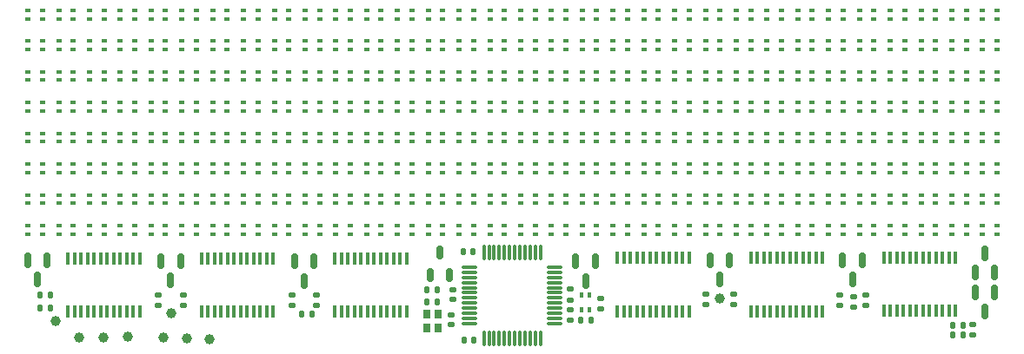
<source format=gbr>
%TF.GenerationSoftware,KiCad,Pcbnew,7.0.6*%
%TF.CreationDate,2023-07-18T02:13:15+02:00*%
%TF.ProjectId,ledboad,6c656462-6f61-4642-9e6b-696361645f70,rev?*%
%TF.SameCoordinates,Original*%
%TF.FileFunction,Soldermask,Top*%
%TF.FilePolarity,Negative*%
%FSLAX46Y46*%
G04 Gerber Fmt 4.6, Leading zero omitted, Abs format (unit mm)*
G04 Created by KiCad (PCBNEW 7.0.6) date 2023-07-18 02:13:15*
%MOMM*%
%LPD*%
G01*
G04 APERTURE LIST*
G04 Aperture macros list*
%AMRoundRect*
0 Rectangle with rounded corners*
0 $1 Rounding radius*
0 $2 $3 $4 $5 $6 $7 $8 $9 X,Y pos of 4 corners*
0 Add a 4 corners polygon primitive as box body*
4,1,4,$2,$3,$4,$5,$6,$7,$8,$9,$2,$3,0*
0 Add four circle primitives for the rounded corners*
1,1,$1+$1,$2,$3*
1,1,$1+$1,$4,$5*
1,1,$1+$1,$6,$7*
1,1,$1+$1,$8,$9*
0 Add four rect primitives between the rounded corners*
20,1,$1+$1,$2,$3,$4,$5,0*
20,1,$1+$1,$4,$5,$6,$7,0*
20,1,$1+$1,$6,$7,$8,$9,0*
20,1,$1+$1,$8,$9,$2,$3,0*%
G04 Aperture macros list end*
%ADD10R,0.600000X0.400000*%
%ADD11R,0.400000X1.200000*%
%ADD12RoundRect,0.075000X-0.662500X-0.075000X0.662500X-0.075000X0.662500X0.075000X-0.662500X0.075000X0*%
%ADD13RoundRect,0.075000X-0.075000X-0.662500X0.075000X-0.662500X0.075000X0.662500X-0.075000X0.662500X0*%
%ADD14RoundRect,0.150000X-0.150000X0.587500X-0.150000X-0.587500X0.150000X-0.587500X0.150000X0.587500X0*%
%ADD15RoundRect,0.135000X-0.185000X0.135000X-0.185000X-0.135000X0.185000X-0.135000X0.185000X0.135000X0*%
%ADD16C,1.000000*%
%ADD17RoundRect,0.135000X0.185000X-0.135000X0.185000X0.135000X-0.185000X0.135000X-0.185000X-0.135000X0*%
%ADD18RoundRect,0.140000X-0.140000X-0.170000X0.140000X-0.170000X0.140000X0.170000X-0.140000X0.170000X0*%
%ADD19RoundRect,0.135000X0.135000X0.185000X-0.135000X0.185000X-0.135000X-0.185000X0.135000X-0.185000X0*%
%ADD20R,0.800000X0.900000*%
%ADD21RoundRect,0.140000X0.140000X0.170000X-0.140000X0.170000X-0.140000X-0.170000X0.140000X-0.170000X0*%
%ADD22RoundRect,0.150000X0.150000X-0.587500X0.150000X0.587500X-0.150000X0.587500X-0.150000X-0.587500X0*%
%ADD23RoundRect,0.150000X0.150000X-0.512500X0.150000X0.512500X-0.150000X0.512500X-0.150000X-0.512500X0*%
%ADD24RoundRect,0.140000X-0.170000X0.140000X-0.170000X-0.140000X0.170000X-0.140000X0.170000X0.140000X0*%
%ADD25RoundRect,0.140000X0.170000X-0.140000X0.170000X0.140000X-0.170000X0.140000X-0.170000X-0.140000X0*%
%ADD26RoundRect,0.135000X-0.135000X-0.185000X0.135000X-0.185000X0.135000X0.185000X-0.135000X0.185000X0*%
%ADD27R,0.400000X0.600000*%
G04 APERTURE END LIST*
D10*
%TO.C,D5_6*%
X61597430Y-33698700D03*
X62997430Y-33698700D03*
X62997430Y-34498700D03*
X61597430Y-34498700D03*
%TD*%
%TO.C,D8_4*%
X70595888Y-27699220D03*
X71995888Y-27699220D03*
X71995888Y-28499220D03*
X70595888Y-28499220D03*
%TD*%
%TO.C,D11_3*%
X79594346Y-24699480D03*
X80994346Y-24699480D03*
X80994346Y-25499480D03*
X79594346Y-25499480D03*
%TD*%
%TO.C,D3_7*%
X55598458Y-36698440D03*
X56998458Y-36698440D03*
X56998458Y-37498440D03*
X55598458Y-37498440D03*
%TD*%
%TO.C,D0_3*%
X46600000Y-24699480D03*
X48000000Y-24699480D03*
X48000000Y-25499480D03*
X46600000Y-25499480D03*
%TD*%
%TO.C,D3_5*%
X55598458Y-30698960D03*
X56998458Y-30698960D03*
X56998458Y-31498960D03*
X55598458Y-31498960D03*
%TD*%
%TO.C,D4_3*%
X58597944Y-24699480D03*
X59997944Y-24699480D03*
X59997944Y-25499480D03*
X58597944Y-25499480D03*
%TD*%
%TO.C,D17_6*%
X97591262Y-33698700D03*
X98991262Y-33698700D03*
X98991262Y-34498700D03*
X97591262Y-34498700D03*
%TD*%
%TO.C,D22_2*%
X112587005Y-21699740D03*
X113987005Y-21699740D03*
X113987005Y-22499740D03*
X112587005Y-22499740D03*
%TD*%
%TO.C,D25_2*%
X121587150Y-21699740D03*
X122987150Y-21699740D03*
X122987150Y-22499740D03*
X121587150Y-22499740D03*
%TD*%
%TO.C,D13_5*%
X85593318Y-30698960D03*
X86993318Y-30698960D03*
X86993318Y-31498960D03*
X85593318Y-31498960D03*
%TD*%
%TO.C,D25_6*%
X121587150Y-33698700D03*
X122987150Y-33698700D03*
X122987150Y-34498700D03*
X121587150Y-34498700D03*
%TD*%
%TO.C,D13_6*%
X85593318Y-33698700D03*
X86993318Y-33698700D03*
X86993318Y-34498700D03*
X85593318Y-34498700D03*
%TD*%
%TO.C,D17_2*%
X97591262Y-21699740D03*
X98991262Y-21699740D03*
X98991262Y-22499740D03*
X97591262Y-22499740D03*
%TD*%
D11*
%TO.C,RU2*%
X104007500Y-48037500D03*
X104642500Y-48037500D03*
X105277500Y-48037500D03*
X105912500Y-48037500D03*
X106547500Y-48037500D03*
X107182500Y-48037500D03*
X107817500Y-48037500D03*
X108452500Y-48037500D03*
X109087500Y-48037500D03*
X109722500Y-48037500D03*
X110357500Y-48037500D03*
X110992500Y-48037500D03*
X110992500Y-42837500D03*
X110357500Y-42837500D03*
X109722500Y-42837500D03*
X109087500Y-42837500D03*
X108452500Y-42837500D03*
X107817500Y-42837500D03*
X107182500Y-42837500D03*
X106547500Y-42837500D03*
X105912500Y-42837500D03*
X105277500Y-42837500D03*
X104642500Y-42837500D03*
X104007500Y-42837500D03*
%TD*%
D10*
%TO.C,D8_2*%
X70595888Y-21699740D03*
X71995888Y-21699740D03*
X71995888Y-22499740D03*
X70595888Y-22499740D03*
%TD*%
D11*
%TO.C,RU1*%
X50507500Y-48100000D03*
X51142500Y-48100000D03*
X51777500Y-48100000D03*
X52412500Y-48100000D03*
X53047500Y-48100000D03*
X53682500Y-48100000D03*
X54317500Y-48100000D03*
X54952500Y-48100000D03*
X55587500Y-48100000D03*
X56222500Y-48100000D03*
X56857500Y-48100000D03*
X57492500Y-48100000D03*
X57492500Y-42900000D03*
X56857500Y-42900000D03*
X56222500Y-42900000D03*
X55587500Y-42900000D03*
X54952500Y-42900000D03*
X54317500Y-42900000D03*
X53682500Y-42900000D03*
X53047500Y-42900000D03*
X52412500Y-42900000D03*
X51777500Y-42900000D03*
X51142500Y-42900000D03*
X50507500Y-42900000D03*
%TD*%
D10*
%TO.C,D2_4*%
X52598972Y-27699220D03*
X53998972Y-27699220D03*
X53998972Y-28499220D03*
X52598972Y-28499220D03*
%TD*%
%TO.C,D23_7*%
X115588178Y-36698440D03*
X116988178Y-36698440D03*
X116988178Y-37498440D03*
X115588178Y-37498440D03*
%TD*%
%TO.C,D20_4*%
X106589720Y-27699220D03*
X107989720Y-27699220D03*
X107989720Y-28499220D03*
X106589720Y-28499220D03*
%TD*%
%TO.C,D30_4*%
X136584580Y-27699220D03*
X137984580Y-27699220D03*
X137984580Y-28499220D03*
X136584580Y-28499220D03*
%TD*%
%TO.C,D9_7*%
X73595374Y-36698440D03*
X74995374Y-36698440D03*
X74995374Y-37498440D03*
X73595374Y-37498440D03*
%TD*%
%TO.C,D30_7*%
X136584580Y-36698440D03*
X137984580Y-36698440D03*
X137984580Y-37498440D03*
X136584580Y-37498440D03*
%TD*%
%TO.C,D22_7*%
X112587005Y-36698440D03*
X113987005Y-36698440D03*
X113987005Y-37498440D03*
X112587005Y-37498440D03*
%TD*%
D12*
%TO.C,U1*%
X89587500Y-43750000D03*
X89587500Y-44250000D03*
X89587500Y-44750000D03*
X89587500Y-45250000D03*
X89587500Y-45750000D03*
X89587500Y-46250000D03*
X89587500Y-46750000D03*
X89587500Y-47250000D03*
X89587500Y-47750000D03*
X89587500Y-48250000D03*
X89587500Y-48750000D03*
X89587500Y-49250000D03*
D13*
X91000000Y-50662500D03*
X91500000Y-50662500D03*
X92000000Y-50662500D03*
X92500000Y-50662500D03*
X93000000Y-50662500D03*
X93500000Y-50662500D03*
X94000000Y-50662500D03*
X94500000Y-50662500D03*
X95000000Y-50662500D03*
X95500000Y-50662500D03*
X96000000Y-50662500D03*
X96500000Y-50662500D03*
D12*
X97912500Y-49250000D03*
X97912500Y-48750000D03*
X97912500Y-48250000D03*
X97912500Y-47750000D03*
X97912500Y-47250000D03*
X97912500Y-46750000D03*
X97912500Y-46250000D03*
X97912500Y-45750000D03*
X97912500Y-45250000D03*
X97912500Y-44750000D03*
X97912500Y-44250000D03*
X97912500Y-43750000D03*
D13*
X96500000Y-42337500D03*
X96000000Y-42337500D03*
X95500000Y-42337500D03*
X95000000Y-42337500D03*
X94500000Y-42337500D03*
X94000000Y-42337500D03*
X93500000Y-42337500D03*
X93000000Y-42337500D03*
X92500000Y-42337500D03*
X92000000Y-42337500D03*
X91500000Y-42337500D03*
X91000000Y-42337500D03*
%TD*%
D10*
%TO.C,D13_2*%
X85593318Y-21699740D03*
X86993318Y-21699740D03*
X86993318Y-22499740D03*
X85593318Y-22499740D03*
%TD*%
D14*
%TO.C,Q2*%
X101850000Y-43200000D03*
X99950000Y-43200000D03*
X100900000Y-45075000D03*
%TD*%
D10*
%TO.C,D14_7*%
X88592804Y-36698440D03*
X89992804Y-36698440D03*
X89992804Y-37498440D03*
X88592804Y-37498440D03*
%TD*%
D15*
%TO.C,R13*%
X74725000Y-46440000D03*
X74725000Y-47460000D03*
%TD*%
D10*
%TO.C,D18_7*%
X100590748Y-36698440D03*
X101990748Y-36698440D03*
X101990748Y-37498440D03*
X100590748Y-37498440D03*
%TD*%
D16*
%TO.C,TP5*%
X51550000Y-50600000D03*
%TD*%
D10*
%TO.C,D1_1*%
X49599486Y-18700000D03*
X50999486Y-18700000D03*
X50999486Y-19500000D03*
X49599486Y-19500000D03*
%TD*%
D11*
%TO.C,RU6*%
X129957500Y-48025000D03*
X130592500Y-48025000D03*
X131227500Y-48025000D03*
X131862500Y-48025000D03*
X132497500Y-48025000D03*
X133132500Y-48025000D03*
X133767500Y-48025000D03*
X134402500Y-48025000D03*
X135037500Y-48025000D03*
X135672500Y-48025000D03*
X136307500Y-48025000D03*
X136942500Y-48025000D03*
X136942500Y-42825000D03*
X136307500Y-42825000D03*
X135672500Y-42825000D03*
X135037500Y-42825000D03*
X134402500Y-42825000D03*
X133767500Y-42825000D03*
X133132500Y-42825000D03*
X132497500Y-42825000D03*
X131862500Y-42825000D03*
X131227500Y-42825000D03*
X130592500Y-42825000D03*
X129957500Y-42825000D03*
%TD*%
D10*
%TO.C,D31_4*%
X139584066Y-27699220D03*
X140984066Y-27699220D03*
X140984066Y-28499220D03*
X139584066Y-28499220D03*
%TD*%
%TO.C,D4_8*%
X58597944Y-39698180D03*
X59997944Y-39698180D03*
X59997944Y-40498180D03*
X58597944Y-40498180D03*
%TD*%
%TO.C,D18_3*%
X100590748Y-24699480D03*
X101990748Y-24699480D03*
X101990748Y-25499480D03*
X100590748Y-25499480D03*
%TD*%
%TO.C,D23_5*%
X115588178Y-30698960D03*
X116988178Y-30698960D03*
X116988178Y-31498960D03*
X115588178Y-31498960D03*
%TD*%
%TO.C,D21_3*%
X109589206Y-24699480D03*
X110989206Y-24699480D03*
X110989206Y-25499480D03*
X109589206Y-25499480D03*
%TD*%
%TO.C,D13_4*%
X85593318Y-27699220D03*
X86993318Y-27699220D03*
X86993318Y-28499220D03*
X85593318Y-28499220D03*
%TD*%
%TO.C,D24_7*%
X118587664Y-36698440D03*
X119987664Y-36698440D03*
X119987664Y-37498440D03*
X118587664Y-37498440D03*
%TD*%
%TO.C,D18_2*%
X100590748Y-21699740D03*
X101990748Y-21699740D03*
X101990748Y-22499740D03*
X100590748Y-22499740D03*
%TD*%
D17*
%TO.C,R2*%
X99450000Y-46935000D03*
X99450000Y-45915000D03*
%TD*%
D10*
%TO.C,D24_3*%
X118587664Y-24699480D03*
X119987664Y-24699480D03*
X119987664Y-25499480D03*
X118587664Y-25499480D03*
%TD*%
D14*
%TO.C,Q5*%
X74450000Y-43200000D03*
X72550000Y-43200000D03*
X73500000Y-45075000D03*
%TD*%
%TO.C,Q3*%
X61450000Y-43125000D03*
X59550000Y-43125000D03*
X60500000Y-45000000D03*
%TD*%
D10*
%TO.C,D2_5*%
X52598972Y-30698960D03*
X53998972Y-30698960D03*
X53998972Y-31498960D03*
X52598972Y-31498960D03*
%TD*%
D15*
%TO.C,R11*%
X61750000Y-46440000D03*
X61750000Y-47460000D03*
%TD*%
D10*
%TO.C,D17_5*%
X97591262Y-30698960D03*
X98991262Y-30698960D03*
X98991262Y-31498960D03*
X97591262Y-31498960D03*
%TD*%
%TO.C,D5_8*%
X61597430Y-39698180D03*
X62997430Y-39698180D03*
X62997430Y-40498180D03*
X61597430Y-40498180D03*
%TD*%
%TO.C,D2_6*%
X52598972Y-33698700D03*
X53998972Y-33698700D03*
X53998972Y-34498700D03*
X52598972Y-34498700D03*
%TD*%
%TO.C,D20_7*%
X106589720Y-36698440D03*
X107989720Y-36698440D03*
X107989720Y-37498440D03*
X106589720Y-37498440D03*
%TD*%
%TO.C,D0_1*%
X46600000Y-18700000D03*
X48000000Y-18700000D03*
X48000000Y-19500000D03*
X46600000Y-19500000D03*
%TD*%
%TO.C,D23_6*%
X115588178Y-33698700D03*
X116988178Y-33698700D03*
X116988178Y-34498700D03*
X115588178Y-34498700D03*
%TD*%
%TO.C,D10_5*%
X76594860Y-30698960D03*
X77994860Y-30698960D03*
X77994860Y-31498960D03*
X76594860Y-31498960D03*
%TD*%
%TO.C,D31_3*%
X139584066Y-24699480D03*
X140984066Y-24699480D03*
X140984066Y-25499480D03*
X139584066Y-25499480D03*
%TD*%
D18*
%TO.C,C2*%
X88970000Y-42200000D03*
X89930000Y-42200000D03*
%TD*%
D19*
%TO.C,R8*%
X137660000Y-49400000D03*
X136640000Y-49400000D03*
%TD*%
D10*
%TO.C,D7_8*%
X67596402Y-39698180D03*
X68996402Y-39698180D03*
X68996402Y-40498180D03*
X67596402Y-40498180D03*
%TD*%
%TO.C,D5_5*%
X61597430Y-30698960D03*
X62997430Y-30698960D03*
X62997430Y-31498960D03*
X61597430Y-31498960D03*
%TD*%
%TO.C,D20_2*%
X106589720Y-21699740D03*
X107989720Y-21699740D03*
X107989720Y-22499740D03*
X106589720Y-22499740D03*
%TD*%
%TO.C,D22_5*%
X112587005Y-30698960D03*
X113987005Y-30698960D03*
X113987005Y-31498960D03*
X112587005Y-31498960D03*
%TD*%
%TO.C,D17_7*%
X97591262Y-36698440D03*
X98991262Y-36698440D03*
X98991262Y-37498440D03*
X97591262Y-37498440D03*
%TD*%
%TO.C,D25_7*%
X121587150Y-36698440D03*
X122987150Y-36698440D03*
X122987150Y-37498440D03*
X121587150Y-37498440D03*
%TD*%
%TO.C,D20_8*%
X106589720Y-39698180D03*
X107989720Y-39698180D03*
X107989720Y-40498180D03*
X106589720Y-40498180D03*
%TD*%
%TO.C,D28_5*%
X130585608Y-30698960D03*
X131985608Y-30698960D03*
X131985608Y-31498960D03*
X130585608Y-31498960D03*
%TD*%
%TO.C,D0_7*%
X46600000Y-36698440D03*
X48000000Y-36698440D03*
X48000000Y-37498440D03*
X46600000Y-37498440D03*
%TD*%
%TO.C,D12_3*%
X82593832Y-24699480D03*
X83993832Y-24699480D03*
X83993832Y-25499480D03*
X82593832Y-25499480D03*
%TD*%
D20*
%TO.C,Y1*%
X85450000Y-48325000D03*
X85450000Y-49725000D03*
X86550000Y-49725000D03*
X86550000Y-48325000D03*
%TD*%
D10*
%TO.C,D14_6*%
X88592804Y-33698700D03*
X89992804Y-33698700D03*
X89992804Y-34498700D03*
X88592804Y-34498700D03*
%TD*%
D21*
%TO.C,C3*%
X90005000Y-50875000D03*
X89045000Y-50875000D03*
%TD*%
D10*
%TO.C,D14_5*%
X88592804Y-30698960D03*
X89992804Y-30698960D03*
X89992804Y-31498960D03*
X88592804Y-31498960D03*
%TD*%
%TO.C,D16_7*%
X94591776Y-36698440D03*
X95991776Y-36698440D03*
X95991776Y-37498440D03*
X94591776Y-37498440D03*
%TD*%
%TO.C,D23_4*%
X115588178Y-27699220D03*
X116988178Y-27699220D03*
X116988178Y-28499220D03*
X115588178Y-28499220D03*
%TD*%
%TO.C,D21_5*%
X109589206Y-30698960D03*
X110989206Y-30698960D03*
X110989206Y-31498960D03*
X109589206Y-31498960D03*
%TD*%
%TO.C,D7_7*%
X67596402Y-36698440D03*
X68996402Y-36698440D03*
X68996402Y-37498440D03*
X67596402Y-37498440D03*
%TD*%
%TO.C,D5_4*%
X61597430Y-27699220D03*
X62997430Y-27699220D03*
X62997430Y-28499220D03*
X61597430Y-28499220D03*
%TD*%
%TO.C,D16_3*%
X94591776Y-24699480D03*
X95991776Y-24699480D03*
X95991776Y-25499480D03*
X94591776Y-25499480D03*
%TD*%
%TO.C,D28_8*%
X130585608Y-39698180D03*
X131985608Y-39698180D03*
X131985608Y-40498180D03*
X130585608Y-40498180D03*
%TD*%
%TO.C,D2_2*%
X52598972Y-21699740D03*
X53998972Y-21699740D03*
X53998972Y-22499740D03*
X52598972Y-22499740D03*
%TD*%
%TO.C,D19_7*%
X103590234Y-36698440D03*
X104990234Y-36698440D03*
X104990234Y-37498440D03*
X103590234Y-37498440D03*
%TD*%
%TO.C,D17_8*%
X97591262Y-39698180D03*
X98991262Y-39698180D03*
X98991262Y-40498180D03*
X97591262Y-40498180D03*
%TD*%
D11*
%TO.C,RU5*%
X76507500Y-48100000D03*
X77142500Y-48100000D03*
X77777500Y-48100000D03*
X78412500Y-48100000D03*
X79047500Y-48100000D03*
X79682500Y-48100000D03*
X80317500Y-48100000D03*
X80952500Y-48100000D03*
X81587500Y-48100000D03*
X82222500Y-48100000D03*
X82857500Y-48100000D03*
X83492500Y-48100000D03*
X83492500Y-42900000D03*
X82857500Y-42900000D03*
X82222500Y-42900000D03*
X81587500Y-42900000D03*
X80952500Y-42900000D03*
X80317500Y-42900000D03*
X79682500Y-42900000D03*
X79047500Y-42900000D03*
X78412500Y-42900000D03*
X77777500Y-42900000D03*
X77142500Y-42900000D03*
X76507500Y-42900000D03*
%TD*%
D10*
%TO.C,D5_7*%
X61597430Y-36698440D03*
X62997430Y-36698440D03*
X62997430Y-37498440D03*
X61597430Y-37498440D03*
%TD*%
%TO.C,D23_2*%
X115588178Y-21699740D03*
X116988178Y-21699740D03*
X116988178Y-22499740D03*
X115588178Y-22499740D03*
%TD*%
%TO.C,D0_4*%
X46600000Y-27699220D03*
X48000000Y-27699220D03*
X48000000Y-28499220D03*
X46600000Y-28499220D03*
%TD*%
%TO.C,D15_3*%
X91592290Y-24699480D03*
X92992290Y-24699480D03*
X92992290Y-25499480D03*
X91592290Y-25499480D03*
%TD*%
D15*
%TO.C,R10*%
X112650000Y-46340000D03*
X112650000Y-47360000D03*
%TD*%
D10*
%TO.C,D10_4*%
X76594860Y-27699220D03*
X77994860Y-27699220D03*
X77994860Y-28499220D03*
X76594860Y-28499220D03*
%TD*%
%TO.C,D14_8*%
X88592804Y-39698180D03*
X89992804Y-39698180D03*
X89992804Y-40498180D03*
X88592804Y-40498180D03*
%TD*%
%TO.C,D24_5*%
X118587664Y-30698960D03*
X119987664Y-30698960D03*
X119987664Y-31498960D03*
X118587664Y-31498960D03*
%TD*%
%TO.C,D26_1*%
X124584949Y-18700000D03*
X125984949Y-18700000D03*
X125984949Y-19500000D03*
X124584949Y-19500000D03*
%TD*%
%TO.C,D2_3*%
X52598972Y-24699480D03*
X53998972Y-24699480D03*
X53998972Y-25499480D03*
X52598972Y-25499480D03*
%TD*%
D15*
%TO.C,R3*%
X59250000Y-46440000D03*
X59250000Y-47460000D03*
%TD*%
D10*
%TO.C,D31_2*%
X139584066Y-21699740D03*
X140984066Y-21699740D03*
X140984066Y-22499740D03*
X139584066Y-22499740D03*
%TD*%
%TO.C,D11_7*%
X79594346Y-36698440D03*
X80994346Y-36698440D03*
X80994346Y-37498440D03*
X79594346Y-37498440D03*
%TD*%
%TO.C,D29_7*%
X133585094Y-36698440D03*
X134985094Y-36698440D03*
X134985094Y-37498440D03*
X133585094Y-37498440D03*
%TD*%
%TO.C,D18_5*%
X100590748Y-30698960D03*
X101990748Y-30698960D03*
X101990748Y-31498960D03*
X100590748Y-31498960D03*
%TD*%
%TO.C,D27_8*%
X127586122Y-39698180D03*
X128986122Y-39698180D03*
X128986122Y-40498180D03*
X127586122Y-40498180D03*
%TD*%
%TO.C,D0_5*%
X46600000Y-30698960D03*
X48000000Y-30698960D03*
X48000000Y-31498960D03*
X46600000Y-31498960D03*
%TD*%
%TO.C,D19_6*%
X103590234Y-33698700D03*
X104990234Y-33698700D03*
X104990234Y-34498700D03*
X103590234Y-34498700D03*
%TD*%
D16*
%TO.C,TP9*%
X114000000Y-46800000D03*
%TD*%
D10*
%TO.C,D13_8*%
X85593318Y-39698180D03*
X86993318Y-39698180D03*
X86993318Y-40498180D03*
X85593318Y-40498180D03*
%TD*%
%TO.C,D5_3*%
X61597430Y-24699480D03*
X62997430Y-24699480D03*
X62997430Y-25499480D03*
X61597430Y-25499480D03*
%TD*%
%TO.C,D22_1*%
X112587005Y-18700000D03*
X113987005Y-18700000D03*
X113987005Y-19500000D03*
X112587005Y-19500000D03*
%TD*%
%TO.C,D14_2*%
X88592804Y-21699740D03*
X89992804Y-21699740D03*
X89992804Y-22499740D03*
X88592804Y-22499740D03*
%TD*%
%TO.C,D1_2*%
X49599486Y-21699740D03*
X50999486Y-21699740D03*
X50999486Y-22499740D03*
X49599486Y-22499740D03*
%TD*%
D19*
%TO.C,R7*%
X137660000Y-50350000D03*
X136640000Y-50350000D03*
%TD*%
D10*
%TO.C,D22_4*%
X112587005Y-27699220D03*
X113987005Y-27699220D03*
X113987005Y-28499220D03*
X112587005Y-28499220D03*
%TD*%
%TO.C,D24_2*%
X118587664Y-21699740D03*
X119987664Y-21699740D03*
X119987664Y-22499740D03*
X118587664Y-22499740D03*
%TD*%
%TO.C,D20_6*%
X106589720Y-33698700D03*
X107989720Y-33698700D03*
X107989720Y-34498700D03*
X106589720Y-34498700D03*
%TD*%
%TO.C,D19_1*%
X103590234Y-18700000D03*
X104990234Y-18700000D03*
X104990234Y-19500000D03*
X103590234Y-19500000D03*
%TD*%
%TO.C,D25_8*%
X121587150Y-39698180D03*
X122987150Y-39698180D03*
X122987150Y-40498180D03*
X121587150Y-40498180D03*
%TD*%
%TO.C,D15_1*%
X91592290Y-18700000D03*
X92992290Y-18700000D03*
X92992290Y-19500000D03*
X91592290Y-19500000D03*
%TD*%
%TO.C,D26_6*%
X124584949Y-33698700D03*
X125984949Y-33698700D03*
X125984949Y-34498700D03*
X124584949Y-34498700D03*
%TD*%
%TO.C,D21_2*%
X109589206Y-21699740D03*
X110989206Y-21699740D03*
X110989206Y-22499740D03*
X109589206Y-22499740D03*
%TD*%
%TO.C,D23_3*%
X115588178Y-24699480D03*
X116988178Y-24699480D03*
X116988178Y-25499480D03*
X115588178Y-25499480D03*
%TD*%
%TO.C,D22_3*%
X112587005Y-24699480D03*
X113987005Y-24699480D03*
X113987005Y-25499480D03*
X112587005Y-25499480D03*
%TD*%
%TO.C,D1_3*%
X49599486Y-24699480D03*
X50999486Y-24699480D03*
X50999486Y-25499480D03*
X49599486Y-25499480D03*
%TD*%
%TO.C,D28_1*%
X130585608Y-18700000D03*
X131985608Y-18700000D03*
X131985608Y-19500000D03*
X130585608Y-19500000D03*
%TD*%
%TO.C,D14_4*%
X88592804Y-27699220D03*
X89992804Y-27699220D03*
X89992804Y-28499220D03*
X88592804Y-28499220D03*
%TD*%
%TO.C,D12_7*%
X82593832Y-36698440D03*
X83993832Y-36698440D03*
X83993832Y-37498440D03*
X82593832Y-37498440D03*
%TD*%
%TO.C,D20_1*%
X106589720Y-18700000D03*
X107989720Y-18700000D03*
X107989720Y-19500000D03*
X106589720Y-19500000D03*
%TD*%
%TO.C,D27_5*%
X127586122Y-30698960D03*
X128986122Y-30698960D03*
X128986122Y-31498960D03*
X127586122Y-31498960D03*
%TD*%
D14*
%TO.C,Q1*%
X48450000Y-43062500D03*
X46550000Y-43062500D03*
X47500000Y-44937500D03*
%TD*%
D10*
%TO.C,D14_3*%
X88592804Y-24699480D03*
X89992804Y-24699480D03*
X89992804Y-25499480D03*
X88592804Y-25499480D03*
%TD*%
D14*
%TO.C,Q4*%
X114950000Y-43100000D03*
X113050000Y-43100000D03*
X114000000Y-44975000D03*
%TD*%
D10*
%TO.C,D6_8*%
X64596916Y-39698180D03*
X65996916Y-39698180D03*
X65996916Y-40498180D03*
X64596916Y-40498180D03*
%TD*%
%TO.C,D23_1*%
X115588178Y-18700000D03*
X116988178Y-18700000D03*
X116988178Y-19500000D03*
X115588178Y-19500000D03*
%TD*%
%TO.C,D10_1*%
X76594860Y-18700000D03*
X77994860Y-18700000D03*
X77994860Y-19500000D03*
X76594860Y-19500000D03*
%TD*%
%TO.C,D19_4*%
X103590234Y-27699220D03*
X104990234Y-27699220D03*
X104990234Y-28499220D03*
X103590234Y-28499220D03*
%TD*%
%TO.C,D1_6*%
X49599486Y-33698700D03*
X50999486Y-33698700D03*
X50999486Y-34498700D03*
X49599486Y-34498700D03*
%TD*%
%TO.C,D3_3*%
X55598458Y-24699480D03*
X56998458Y-24699480D03*
X56998458Y-25499480D03*
X55598458Y-25499480D03*
%TD*%
%TO.C,D5_2*%
X61597430Y-21699740D03*
X62997430Y-21699740D03*
X62997430Y-22499740D03*
X61597430Y-22499740D03*
%TD*%
%TO.C,D30_6*%
X136584580Y-33698700D03*
X137984580Y-33698700D03*
X137984580Y-34498700D03*
X136584580Y-34498700D03*
%TD*%
%TO.C,D15_5*%
X91592290Y-30698960D03*
X92992290Y-30698960D03*
X92992290Y-31498960D03*
X91592290Y-31498960D03*
%TD*%
%TO.C,D28_3*%
X130585608Y-24699480D03*
X131985608Y-24699480D03*
X131985608Y-25499480D03*
X130585608Y-25499480D03*
%TD*%
%TO.C,D7_2*%
X67596402Y-21699740D03*
X68996402Y-21699740D03*
X68996402Y-22499740D03*
X67596402Y-22499740D03*
%TD*%
%TO.C,D10_6*%
X76594860Y-33698700D03*
X77994860Y-33698700D03*
X77994860Y-34498700D03*
X76594860Y-34498700D03*
%TD*%
D15*
%TO.C,R5*%
X72300000Y-46440000D03*
X72300000Y-47460000D03*
%TD*%
D10*
%TO.C,D18_6*%
X100590748Y-33698700D03*
X101990748Y-33698700D03*
X101990748Y-34498700D03*
X100590748Y-34498700D03*
%TD*%
%TO.C,D11_1*%
X79594346Y-18700000D03*
X80994346Y-18700000D03*
X80994346Y-19500000D03*
X79594346Y-19500000D03*
%TD*%
%TO.C,D21_1*%
X109589206Y-18700000D03*
X110989206Y-18700000D03*
X110989206Y-19500000D03*
X109589206Y-19500000D03*
%TD*%
%TO.C,D1_7*%
X49599486Y-36698440D03*
X50999486Y-36698440D03*
X50999486Y-37498440D03*
X49599486Y-37498440D03*
%TD*%
%TO.C,D27_1*%
X127586122Y-18700000D03*
X128986122Y-18700000D03*
X128986122Y-19500000D03*
X127586122Y-19500000D03*
%TD*%
%TO.C,D24_6*%
X118587664Y-33698700D03*
X119987664Y-33698700D03*
X119987664Y-34498700D03*
X118587664Y-34498700D03*
%TD*%
%TO.C,D9_8*%
X73595374Y-39698180D03*
X74995374Y-39698180D03*
X74995374Y-40498180D03*
X73595374Y-40498180D03*
%TD*%
%TO.C,D8_1*%
X70595888Y-18700000D03*
X71995888Y-18700000D03*
X71995888Y-19500000D03*
X70595888Y-19500000D03*
%TD*%
%TO.C,D25_5*%
X121587150Y-30698960D03*
X122987150Y-30698960D03*
X122987150Y-31498960D03*
X121587150Y-31498960D03*
%TD*%
%TO.C,D12_6*%
X82593832Y-33698700D03*
X83993832Y-33698700D03*
X83993832Y-34498700D03*
X82593832Y-34498700D03*
%TD*%
%TO.C,D0_8*%
X46600000Y-39698180D03*
X48000000Y-39698180D03*
X48000000Y-40498180D03*
X46600000Y-40498180D03*
%TD*%
%TO.C,D16_4*%
X94591776Y-27699220D03*
X95991776Y-27699220D03*
X95991776Y-28499220D03*
X94591776Y-28499220D03*
%TD*%
%TO.C,D19_5*%
X103590234Y-30698960D03*
X104990234Y-30698960D03*
X104990234Y-31498960D03*
X103590234Y-31498960D03*
%TD*%
%TO.C,D11_4*%
X79594346Y-27699220D03*
X80994346Y-27699220D03*
X80994346Y-28499220D03*
X79594346Y-28499220D03*
%TD*%
%TO.C,D9_6*%
X73595374Y-33698700D03*
X74995374Y-33698700D03*
X74995374Y-34498700D03*
X73595374Y-34498700D03*
%TD*%
%TO.C,D29_6*%
X133585094Y-33698700D03*
X134985094Y-33698700D03*
X134985094Y-34498700D03*
X133585094Y-34498700D03*
%TD*%
D11*
%TO.C,RU3*%
X63507500Y-48100000D03*
X64142500Y-48100000D03*
X64777500Y-48100000D03*
X65412500Y-48100000D03*
X66047500Y-48100000D03*
X66682500Y-48100000D03*
X67317500Y-48100000D03*
X67952500Y-48100000D03*
X68587500Y-48100000D03*
X69222500Y-48100000D03*
X69857500Y-48100000D03*
X70492500Y-48100000D03*
X70492500Y-42900000D03*
X69857500Y-42900000D03*
X69222500Y-42900000D03*
X68587500Y-42900000D03*
X67952500Y-42900000D03*
X67317500Y-42900000D03*
X66682500Y-42900000D03*
X66047500Y-42900000D03*
X65412500Y-42900000D03*
X64777500Y-42900000D03*
X64142500Y-42900000D03*
X63507500Y-42900000D03*
%TD*%
D10*
%TO.C,D31_8*%
X139584066Y-39698180D03*
X140984066Y-39698180D03*
X140984066Y-40498180D03*
X139584066Y-40498180D03*
%TD*%
%TO.C,D3_4*%
X55598458Y-27699220D03*
X56998458Y-27699220D03*
X56998458Y-28499220D03*
X55598458Y-28499220D03*
%TD*%
%TO.C,D30_1*%
X136584580Y-18700000D03*
X137984580Y-18700000D03*
X137984580Y-19500000D03*
X136584580Y-19500000D03*
%TD*%
%TO.C,D31_5*%
X139584066Y-30698960D03*
X140984066Y-30698960D03*
X140984066Y-31498960D03*
X139584066Y-31498960D03*
%TD*%
D16*
%TO.C,TP28*%
X59750000Y-50650000D03*
%TD*%
D10*
%TO.C,D25_4*%
X121587150Y-27699220D03*
X122987150Y-27699220D03*
X122987150Y-28499220D03*
X121587150Y-28499220D03*
%TD*%
%TO.C,D11_8*%
X79594346Y-39698180D03*
X80994346Y-39698180D03*
X80994346Y-40498180D03*
X79594346Y-40498180D03*
%TD*%
%TO.C,D26_2*%
X124584949Y-21699740D03*
X125984949Y-21699740D03*
X125984949Y-22499740D03*
X124584949Y-22499740D03*
%TD*%
%TO.C,D27_6*%
X127586122Y-33698700D03*
X128986122Y-33698700D03*
X128986122Y-34498700D03*
X127586122Y-34498700D03*
%TD*%
%TO.C,D31_6*%
X139584066Y-33698700D03*
X140984066Y-33698700D03*
X140984066Y-34498700D03*
X139584066Y-34498700D03*
%TD*%
%TO.C,D6_3*%
X64596916Y-24699480D03*
X65996916Y-24699480D03*
X65996916Y-25499480D03*
X64596916Y-25499480D03*
%TD*%
%TO.C,D8_3*%
X70595888Y-24699480D03*
X71995888Y-24699480D03*
X71995888Y-25499480D03*
X70595888Y-25499480D03*
%TD*%
D22*
%TO.C,Q8*%
X138850000Y-44237500D03*
X140750000Y-44237500D03*
X139800000Y-42362500D03*
%TD*%
D10*
%TO.C,D29_1*%
X133585094Y-18700000D03*
X134985094Y-18700000D03*
X134985094Y-19500000D03*
X133585094Y-19500000D03*
%TD*%
%TO.C,D4_2*%
X58597944Y-21699740D03*
X59997944Y-21699740D03*
X59997944Y-22499740D03*
X58597944Y-22499740D03*
%TD*%
%TO.C,D28_2*%
X130585608Y-21699740D03*
X131985608Y-21699740D03*
X131985608Y-22499740D03*
X130585608Y-22499740D03*
%TD*%
%TO.C,D1_4*%
X49599486Y-27699220D03*
X50999486Y-27699220D03*
X50999486Y-28499220D03*
X49599486Y-28499220D03*
%TD*%
%TO.C,D19_8*%
X103590234Y-39698180D03*
X104990234Y-39698180D03*
X104990234Y-40498180D03*
X103590234Y-40498180D03*
%TD*%
%TO.C,D12_5*%
X82593832Y-30698960D03*
X83993832Y-30698960D03*
X83993832Y-31498960D03*
X82593832Y-31498960D03*
%TD*%
%TO.C,D13_1*%
X85593318Y-18700000D03*
X86993318Y-18700000D03*
X86993318Y-19500000D03*
X85593318Y-19500000D03*
%TD*%
%TO.C,D17_1*%
X97591262Y-18700000D03*
X98991262Y-18700000D03*
X98991262Y-19500000D03*
X97591262Y-19500000D03*
%TD*%
D15*
%TO.C,R14*%
X128200000Y-46440000D03*
X128200000Y-47460000D03*
%TD*%
D10*
%TO.C,D26_3*%
X124584949Y-24699480D03*
X125984949Y-24699480D03*
X125984949Y-25499480D03*
X124584949Y-25499480D03*
%TD*%
%TO.C,D8_5*%
X70595888Y-30698960D03*
X71995888Y-30698960D03*
X71995888Y-31498960D03*
X70595888Y-31498960D03*
%TD*%
%TO.C,D30_2*%
X136584580Y-21699740D03*
X137984580Y-21699740D03*
X137984580Y-22499740D03*
X136584580Y-22499740D03*
%TD*%
%TO.C,D30_3*%
X136584580Y-24699480D03*
X137984580Y-24699480D03*
X137984580Y-25499480D03*
X136584580Y-25499480D03*
%TD*%
D17*
%TO.C,R12*%
X127000000Y-47660000D03*
X127000000Y-46640000D03*
%TD*%
D10*
%TO.C,D9_3*%
X73595374Y-24699480D03*
X74995374Y-24699480D03*
X74995374Y-25499480D03*
X73595374Y-25499480D03*
%TD*%
%TO.C,D19_3*%
X103590234Y-24699480D03*
X104990234Y-24699480D03*
X104990234Y-25499480D03*
X103590234Y-25499480D03*
%TD*%
%TO.C,D8_7*%
X70595888Y-36698440D03*
X71995888Y-36698440D03*
X71995888Y-37498440D03*
X70595888Y-37498440D03*
%TD*%
%TO.C,D12_1*%
X82593832Y-18700000D03*
X83993832Y-18700000D03*
X83993832Y-19500000D03*
X82593832Y-19500000D03*
%TD*%
%TO.C,D26_7*%
X124584949Y-36698440D03*
X125984949Y-36698440D03*
X125984949Y-37498440D03*
X124584949Y-37498440D03*
%TD*%
%TO.C,D9_4*%
X73595374Y-27699220D03*
X74995374Y-27699220D03*
X74995374Y-28499220D03*
X73595374Y-28499220D03*
%TD*%
%TO.C,D6_4*%
X64596916Y-27699220D03*
X65996916Y-27699220D03*
X65996916Y-28499220D03*
X64596916Y-28499220D03*
%TD*%
%TO.C,D4_7*%
X58597944Y-36698440D03*
X59997944Y-36698440D03*
X59997944Y-37498440D03*
X58597944Y-37498440D03*
%TD*%
%TO.C,D16_8*%
X94591776Y-39698180D03*
X95991776Y-39698180D03*
X95991776Y-40498180D03*
X94591776Y-40498180D03*
%TD*%
%TO.C,D11_2*%
X79594346Y-21699740D03*
X80994346Y-21699740D03*
X80994346Y-22499740D03*
X79594346Y-22499740D03*
%TD*%
%TO.C,D6_5*%
X64596916Y-30698960D03*
X65996916Y-30698960D03*
X65996916Y-31498960D03*
X64596916Y-31498960D03*
%TD*%
%TO.C,D16_5*%
X94591776Y-30698960D03*
X95991776Y-30698960D03*
X95991776Y-31498960D03*
X94591776Y-31498960D03*
%TD*%
%TO.C,D26_4*%
X124584949Y-27699220D03*
X125984949Y-27699220D03*
X125984949Y-28499220D03*
X124584949Y-28499220D03*
%TD*%
%TO.C,D8_6*%
X70595888Y-33698700D03*
X71995888Y-33698700D03*
X71995888Y-34498700D03*
X70595888Y-34498700D03*
%TD*%
D23*
%TO.C,U2*%
X85750000Y-44550000D03*
X87650000Y-44550000D03*
X86700000Y-42275000D03*
%TD*%
D10*
%TO.C,D7_1*%
X67596402Y-18700000D03*
X68996402Y-18700000D03*
X68996402Y-19500000D03*
X67596402Y-19500000D03*
%TD*%
%TO.C,D22_8*%
X112587005Y-39698180D03*
X113987005Y-39698180D03*
X113987005Y-40498180D03*
X112587005Y-40498180D03*
%TD*%
%TO.C,D6_6*%
X64596916Y-33698700D03*
X65996916Y-33698700D03*
X65996916Y-34498700D03*
X64596916Y-34498700D03*
%TD*%
%TO.C,D28_7*%
X130585608Y-36698440D03*
X131985608Y-36698440D03*
X131985608Y-37498440D03*
X130585608Y-37498440D03*
%TD*%
%TO.C,D15_8*%
X91592290Y-39698180D03*
X92992290Y-39698180D03*
X92992290Y-40498180D03*
X91592290Y-40498180D03*
%TD*%
%TO.C,D3_2*%
X55598458Y-21699740D03*
X56998458Y-21699740D03*
X56998458Y-22499740D03*
X55598458Y-22499740D03*
%TD*%
%TO.C,D6_1*%
X64596916Y-18700000D03*
X65996916Y-18700000D03*
X65996916Y-19500000D03*
X64596916Y-19500000D03*
%TD*%
%TO.C,D16_1*%
X94591776Y-18700000D03*
X95991776Y-18700000D03*
X95991776Y-19500000D03*
X94591776Y-19500000D03*
%TD*%
%TO.C,D4_6*%
X58597944Y-33698700D03*
X59997944Y-33698700D03*
X59997944Y-34498700D03*
X58597944Y-34498700D03*
%TD*%
%TO.C,D15_6*%
X91592290Y-33698700D03*
X92992290Y-33698700D03*
X92992290Y-34498700D03*
X91592290Y-34498700D03*
%TD*%
D16*
%TO.C,TP31*%
X62100000Y-50700000D03*
%TD*%
D15*
%TO.C,R16*%
X99450000Y-47890000D03*
X99450000Y-48910000D03*
%TD*%
D10*
%TO.C,D29_8*%
X133585094Y-39698180D03*
X134985094Y-39698180D03*
X134985094Y-40498180D03*
X133585094Y-40498180D03*
%TD*%
%TO.C,D12_4*%
X82593832Y-27699220D03*
X83993832Y-27699220D03*
X83993832Y-28499220D03*
X82593832Y-28499220D03*
%TD*%
D14*
%TO.C,Q7*%
X140750000Y-46212500D03*
X138850000Y-46212500D03*
X139800000Y-48087500D03*
%TD*%
D18*
%TO.C,C7*%
X85470000Y-47150000D03*
X86430000Y-47150000D03*
%TD*%
D10*
%TO.C,D20_3*%
X106589720Y-24699480D03*
X107989720Y-24699480D03*
X107989720Y-25499480D03*
X106589720Y-25499480D03*
%TD*%
D15*
%TO.C,R17*%
X102350000Y-46840000D03*
X102350000Y-47860000D03*
%TD*%
D10*
%TO.C,D1_8*%
X49599486Y-39698180D03*
X50999486Y-39698180D03*
X50999486Y-40498180D03*
X49599486Y-40498180D03*
%TD*%
%TO.C,D19_2*%
X103590234Y-21699740D03*
X104990234Y-21699740D03*
X104990234Y-22499740D03*
X103590234Y-22499740D03*
%TD*%
%TO.C,D4_1*%
X58597944Y-18700000D03*
X59997944Y-18700000D03*
X59997944Y-19500000D03*
X58597944Y-19500000D03*
%TD*%
D24*
%TO.C,C10*%
X138600000Y-49370000D03*
X138600000Y-50330000D03*
%TD*%
D10*
%TO.C,D10_7*%
X76594860Y-36698440D03*
X77994860Y-36698440D03*
X77994860Y-37498440D03*
X76594860Y-37498440D03*
%TD*%
%TO.C,D8_8*%
X70595888Y-39698180D03*
X71995888Y-39698180D03*
X71995888Y-40498180D03*
X70595888Y-40498180D03*
%TD*%
D16*
%TO.C,TP15*%
X49250000Y-49000000D03*
%TD*%
D10*
%TO.C,D21_6*%
X109589206Y-33698700D03*
X110989206Y-33698700D03*
X110989206Y-34498700D03*
X109589206Y-34498700D03*
%TD*%
%TO.C,D9_2*%
X73595374Y-21699740D03*
X74995374Y-21699740D03*
X74995374Y-22499740D03*
X73595374Y-22499740D03*
%TD*%
D14*
%TO.C,Q6*%
X127850000Y-43100000D03*
X125950000Y-43100000D03*
X126900000Y-44975000D03*
%TD*%
D16*
%TO.C,TP6*%
X60525000Y-48225000D03*
%TD*%
D10*
%TO.C,D14_1*%
X88592804Y-18700000D03*
X89992804Y-18700000D03*
X89992804Y-19500000D03*
X88592804Y-19500000D03*
%TD*%
%TO.C,D31_1*%
X139584066Y-18700000D03*
X140984066Y-18700000D03*
X140984066Y-19500000D03*
X139584066Y-19500000D03*
%TD*%
%TO.C,D29_5*%
X133585094Y-30698960D03*
X134985094Y-30698960D03*
X134985094Y-31498960D03*
X133585094Y-31498960D03*
%TD*%
%TO.C,D16_6*%
X94591776Y-33698700D03*
X95991776Y-33698700D03*
X95991776Y-34498700D03*
X94591776Y-34498700D03*
%TD*%
%TO.C,D13_3*%
X85593318Y-24699480D03*
X86993318Y-24699480D03*
X86993318Y-25499480D03*
X85593318Y-25499480D03*
%TD*%
%TO.C,D15_2*%
X91592290Y-21699740D03*
X92992290Y-21699740D03*
X92992290Y-22499740D03*
X91592290Y-22499740D03*
%TD*%
%TO.C,D21_7*%
X109589206Y-36698440D03*
X110989206Y-36698440D03*
X110989206Y-37498440D03*
X109589206Y-37498440D03*
%TD*%
%TO.C,D24_8*%
X118587664Y-39698180D03*
X119987664Y-39698180D03*
X119987664Y-40498180D03*
X118587664Y-40498180D03*
%TD*%
%TO.C,D9_1*%
X73595374Y-18700000D03*
X74995374Y-18700000D03*
X74995374Y-19500000D03*
X73595374Y-19500000D03*
%TD*%
%TO.C,D16_2*%
X94591776Y-21699740D03*
X95991776Y-21699740D03*
X95991776Y-22499740D03*
X94591776Y-22499740D03*
%TD*%
D15*
%TO.C,R6*%
X125700000Y-46440000D03*
X125700000Y-47460000D03*
%TD*%
D10*
%TO.C,D3_8*%
X55598458Y-39698180D03*
X56998458Y-39698180D03*
X56998458Y-40498180D03*
X55598458Y-40498180D03*
%TD*%
%TO.C,D5_1*%
X61597430Y-18700000D03*
X62997430Y-18700000D03*
X62997430Y-19500000D03*
X61597430Y-19500000D03*
%TD*%
%TO.C,D28_4*%
X130585608Y-27699220D03*
X131985608Y-27699220D03*
X131985608Y-28499220D03*
X130585608Y-28499220D03*
%TD*%
%TO.C,D3_1*%
X55598458Y-18700000D03*
X56998458Y-18700000D03*
X56998458Y-19500000D03*
X55598458Y-19500000D03*
%TD*%
%TO.C,D20_5*%
X106589720Y-30698960D03*
X107989720Y-30698960D03*
X107989720Y-31498960D03*
X106589720Y-31498960D03*
%TD*%
%TO.C,D11_5*%
X79594346Y-30698960D03*
X80994346Y-30698960D03*
X80994346Y-31498960D03*
X79594346Y-31498960D03*
%TD*%
%TO.C,D18_1*%
X100590748Y-18700000D03*
X101990748Y-18700000D03*
X101990748Y-19500000D03*
X100590748Y-19500000D03*
%TD*%
D16*
%TO.C,TP12*%
X53925000Y-50625000D03*
%TD*%
D10*
%TO.C,D1_5*%
X49599486Y-30698960D03*
X50999486Y-30698960D03*
X50999486Y-31498960D03*
X49599486Y-31498960D03*
%TD*%
%TO.C,D26_8*%
X124584949Y-39698180D03*
X125984949Y-39698180D03*
X125984949Y-40498180D03*
X124584949Y-40498180D03*
%TD*%
%TO.C,D29_3*%
X133585094Y-24699480D03*
X134985094Y-24699480D03*
X134985094Y-25499480D03*
X133585094Y-25499480D03*
%TD*%
%TO.C,D18_4*%
X100590748Y-27699220D03*
X101990748Y-27699220D03*
X101990748Y-28499220D03*
X100590748Y-28499220D03*
%TD*%
%TO.C,D25_1*%
X121587150Y-18700000D03*
X122987150Y-18700000D03*
X122987150Y-19500000D03*
X121587150Y-19500000D03*
%TD*%
D24*
%TO.C,C1*%
X88000000Y-45970000D03*
X88000000Y-46930000D03*
%TD*%
D10*
%TO.C,D15_4*%
X91592290Y-27699220D03*
X92992290Y-27699220D03*
X92992290Y-28499220D03*
X91592290Y-28499220D03*
%TD*%
%TO.C,D7_6*%
X67596402Y-33698700D03*
X68996402Y-33698700D03*
X68996402Y-34498700D03*
X67596402Y-34498700D03*
%TD*%
%TO.C,D10_8*%
X76594860Y-39698180D03*
X77994860Y-39698180D03*
X77994860Y-40498180D03*
X76594860Y-40498180D03*
%TD*%
%TO.C,D9_5*%
X73595374Y-30698960D03*
X74995374Y-30698960D03*
X74995374Y-31498960D03*
X73595374Y-31498960D03*
%TD*%
D16*
%TO.C,TP29*%
X56350000Y-50550000D03*
%TD*%
D10*
%TO.C,D10_2*%
X76594860Y-21699740D03*
X77994860Y-21699740D03*
X77994860Y-22499740D03*
X76594860Y-22499740D03*
%TD*%
%TO.C,D22_6*%
X112587005Y-33698700D03*
X113987005Y-33698700D03*
X113987005Y-34498700D03*
X112587005Y-34498700D03*
%TD*%
D19*
%TO.C,R9*%
X48760000Y-47750000D03*
X47740000Y-47750000D03*
%TD*%
D10*
%TO.C,D27_7*%
X127586122Y-36698440D03*
X128986122Y-36698440D03*
X128986122Y-37498440D03*
X127586122Y-37498440D03*
%TD*%
D15*
%TO.C,R4*%
X115350000Y-46340000D03*
X115350000Y-47360000D03*
%TD*%
D10*
%TO.C,D21_8*%
X109589206Y-39698180D03*
X110989206Y-39698180D03*
X110989206Y-40498180D03*
X109589206Y-40498180D03*
%TD*%
%TO.C,D4_4*%
X58597944Y-27699220D03*
X59997944Y-27699220D03*
X59997944Y-28499220D03*
X58597944Y-28499220D03*
%TD*%
%TO.C,D7_3*%
X67596402Y-24699480D03*
X68996402Y-24699480D03*
X68996402Y-25499480D03*
X67596402Y-25499480D03*
%TD*%
%TO.C,D4_5*%
X58597944Y-30698960D03*
X59997944Y-30698960D03*
X59997944Y-31498960D03*
X58597944Y-31498960D03*
%TD*%
%TO.C,D11_6*%
X79594346Y-33698700D03*
X80994346Y-33698700D03*
X80994346Y-34498700D03*
X79594346Y-34498700D03*
%TD*%
%TO.C,D18_8*%
X100590748Y-39698180D03*
X101990748Y-39698180D03*
X101990748Y-40498180D03*
X100590748Y-40498180D03*
%TD*%
%TO.C,D15_7*%
X91592290Y-36698440D03*
X92992290Y-36698440D03*
X92992290Y-37498440D03*
X91592290Y-37498440D03*
%TD*%
%TO.C,D2_7*%
X52598972Y-36698440D03*
X53998972Y-36698440D03*
X53998972Y-37498440D03*
X52598972Y-37498440D03*
%TD*%
%TO.C,D28_6*%
X130585608Y-33698700D03*
X131985608Y-33698700D03*
X131985608Y-34498700D03*
X130585608Y-34498700D03*
%TD*%
%TO.C,D0_2*%
X46600000Y-21699740D03*
X48000000Y-21699740D03*
X48000000Y-22499740D03*
X46600000Y-22499740D03*
%TD*%
%TO.C,D26_5*%
X124584949Y-30698960D03*
X125984949Y-30698960D03*
X125984949Y-31498960D03*
X124584949Y-31498960D03*
%TD*%
%TO.C,D27_2*%
X127586122Y-21699740D03*
X128986122Y-21699740D03*
X128986122Y-22499740D03*
X127586122Y-22499740D03*
%TD*%
%TO.C,D12_8*%
X82593832Y-39698180D03*
X83993832Y-39698180D03*
X83993832Y-40498180D03*
X82593832Y-40498180D03*
%TD*%
D25*
%TO.C,C8*%
X87800000Y-49380000D03*
X87800000Y-48420000D03*
%TD*%
D10*
%TO.C,D24_4*%
X118587664Y-27699220D03*
X119987664Y-27699220D03*
X119987664Y-28499220D03*
X118587664Y-28499220D03*
%TD*%
%TO.C,D6_2*%
X64596916Y-21699740D03*
X65996916Y-21699740D03*
X65996916Y-22499740D03*
X64596916Y-22499740D03*
%TD*%
%TO.C,D17_4*%
X97591262Y-27699220D03*
X98991262Y-27699220D03*
X98991262Y-28499220D03*
X97591262Y-28499220D03*
%TD*%
%TO.C,D0_6*%
X46600000Y-33698700D03*
X48000000Y-33698700D03*
X48000000Y-34498700D03*
X46600000Y-34498700D03*
%TD*%
%TO.C,D10_3*%
X76594860Y-24699480D03*
X77994860Y-24699480D03*
X77994860Y-25499480D03*
X76594860Y-25499480D03*
%TD*%
D11*
%TO.C,RU4*%
X117007500Y-48037500D03*
X117642500Y-48037500D03*
X118277500Y-48037500D03*
X118912500Y-48037500D03*
X119547500Y-48037500D03*
X120182500Y-48037500D03*
X120817500Y-48037500D03*
X121452500Y-48037500D03*
X122087500Y-48037500D03*
X122722500Y-48037500D03*
X123357500Y-48037500D03*
X123992500Y-48037500D03*
X123992500Y-42837500D03*
X123357500Y-42837500D03*
X122722500Y-42837500D03*
X122087500Y-42837500D03*
X121452500Y-42837500D03*
X120817500Y-42837500D03*
X120182500Y-42837500D03*
X119547500Y-42837500D03*
X118912500Y-42837500D03*
X118277500Y-42837500D03*
X117642500Y-42837500D03*
X117007500Y-42837500D03*
%TD*%
D10*
%TO.C,D25_3*%
X121587150Y-24699480D03*
X122987150Y-24699480D03*
X122987150Y-25499480D03*
X121587150Y-25499480D03*
%TD*%
%TO.C,D29_2*%
X133585094Y-21699740D03*
X134985094Y-21699740D03*
X134985094Y-22499740D03*
X133585094Y-22499740D03*
%TD*%
%TO.C,D24_1*%
X118587664Y-18700000D03*
X119987664Y-18700000D03*
X119987664Y-19500000D03*
X118587664Y-19500000D03*
%TD*%
%TO.C,D13_7*%
X85593318Y-36698440D03*
X86993318Y-36698440D03*
X86993318Y-37498440D03*
X85593318Y-37498440D03*
%TD*%
%TO.C,D30_8*%
X136584580Y-39698180D03*
X137984580Y-39698180D03*
X137984580Y-40498180D03*
X136584580Y-40498180D03*
%TD*%
D18*
%TO.C,C5*%
X73270000Y-48350000D03*
X74230000Y-48350000D03*
%TD*%
D10*
%TO.C,D31_7*%
X139584066Y-36698440D03*
X140984066Y-36698440D03*
X140984066Y-37498440D03*
X139584066Y-37498440D03*
%TD*%
%TO.C,D12_2*%
X82593832Y-21699740D03*
X83993832Y-21699740D03*
X83993832Y-22499740D03*
X82593832Y-22499740D03*
%TD*%
D26*
%TO.C,R1*%
X47740000Y-46500000D03*
X48760000Y-46500000D03*
%TD*%
D10*
%TO.C,D23_8*%
X115588178Y-39698180D03*
X116988178Y-39698180D03*
X116988178Y-40498180D03*
X115588178Y-40498180D03*
%TD*%
%TO.C,D30_5*%
X136584580Y-30698960D03*
X137984580Y-30698960D03*
X137984580Y-31498960D03*
X136584580Y-31498960D03*
%TD*%
%TO.C,D2_8*%
X52598972Y-39698180D03*
X53998972Y-39698180D03*
X53998972Y-40498180D03*
X52598972Y-40498180D03*
%TD*%
%TO.C,D7_4*%
X67596402Y-27699220D03*
X68996402Y-27699220D03*
X68996402Y-28499220D03*
X67596402Y-28499220D03*
%TD*%
D27*
%TO.C,D1*%
X100500000Y-47900000D03*
X100500000Y-46500000D03*
X101300000Y-46500000D03*
X101300000Y-47900000D03*
%TD*%
D26*
%TO.C,R15*%
X100430000Y-48900000D03*
X101450000Y-48900000D03*
%TD*%
D10*
%TO.C,D6_7*%
X64596916Y-36698440D03*
X65996916Y-36698440D03*
X65996916Y-37498440D03*
X64596916Y-37498440D03*
%TD*%
%TO.C,D3_6*%
X55598458Y-33698700D03*
X56998458Y-33698700D03*
X56998458Y-34498700D03*
X55598458Y-34498700D03*
%TD*%
%TO.C,D17_3*%
X97591262Y-24699480D03*
X98991262Y-24699480D03*
X98991262Y-25499480D03*
X97591262Y-25499480D03*
%TD*%
%TO.C,D27_3*%
X127586122Y-24699480D03*
X128986122Y-24699480D03*
X128986122Y-25499480D03*
X127586122Y-25499480D03*
%TD*%
%TO.C,D27_4*%
X127586122Y-27699220D03*
X128986122Y-27699220D03*
X128986122Y-28499220D03*
X127586122Y-28499220D03*
%TD*%
D21*
%TO.C,C4*%
X86430000Y-46000000D03*
X85470000Y-46000000D03*
%TD*%
D16*
%TO.C,TP30*%
X64300000Y-50750000D03*
%TD*%
D10*
%TO.C,D2_1*%
X52598972Y-18700000D03*
X53998972Y-18700000D03*
X53998972Y-19500000D03*
X52598972Y-19500000D03*
%TD*%
%TO.C,D7_5*%
X67596402Y-30698960D03*
X68996402Y-30698960D03*
X68996402Y-31498960D03*
X67596402Y-31498960D03*
%TD*%
%TO.C,D21_4*%
X109589206Y-27699220D03*
X110989206Y-27699220D03*
X110989206Y-28499220D03*
X109589206Y-28499220D03*
%TD*%
%TO.C,D29_4*%
X133585094Y-27699220D03*
X134985094Y-27699220D03*
X134985094Y-28499220D03*
X133585094Y-28499220D03*
%TD*%
M02*

</source>
